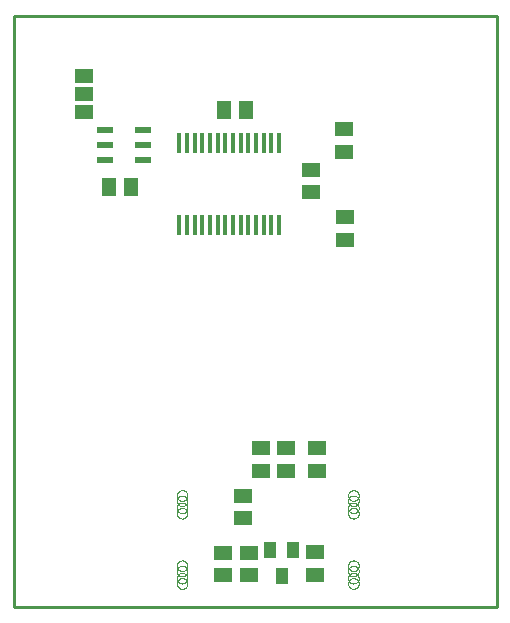
<source format=gbp>
G75*
%MOIN*%
%OFA0B0*%
%FSLAX25Y25*%
%IPPOS*%
%LPD*%
%AMOC8*
5,1,8,0,0,1.08239X$1,22.5*
%
%ADD10C,0.01000*%
%ADD11R,0.05236X0.02087*%
%ADD12R,0.05118X0.05906*%
%ADD13R,0.06300X0.04600*%
%ADD14R,0.01370X0.07087*%
%ADD15C,0.00000*%
%ADD16R,0.05906X0.05118*%
%ADD17R,0.03937X0.05512*%
%ADD18R,0.06299X0.05118*%
D10*
X0019033Y0019923D02*
X0019033Y0216673D01*
X0180033Y0216673D01*
X0180033Y0019923D01*
X0019033Y0019923D01*
D11*
X0049433Y0168773D03*
X0049433Y0173773D03*
X0049433Y0178773D03*
X0062033Y0178773D03*
X0062033Y0173773D03*
X0062033Y0168773D03*
D12*
X0058223Y0159823D03*
X0050743Y0159823D03*
X0088993Y0185323D03*
X0096473Y0185323D03*
D13*
X0042433Y0184923D03*
X0042433Y0190923D03*
X0042433Y0196923D03*
D14*
X0074207Y0174429D03*
X0076766Y0174429D03*
X0079325Y0174429D03*
X0081884Y0174429D03*
X0084443Y0174429D03*
X0087002Y0174429D03*
X0089561Y0174429D03*
X0092120Y0174429D03*
X0094679Y0174429D03*
X0097238Y0174429D03*
X0099797Y0174429D03*
X0102356Y0174429D03*
X0104915Y0174429D03*
X0107474Y0174429D03*
X0107474Y0147216D03*
X0104915Y0147216D03*
X0102356Y0147216D03*
X0099797Y0147216D03*
X0097238Y0147216D03*
X0094679Y0147216D03*
X0092120Y0147216D03*
X0089561Y0147216D03*
X0087002Y0147216D03*
X0084443Y0147216D03*
X0081884Y0147216D03*
X0079325Y0147216D03*
X0076766Y0147216D03*
X0074207Y0147216D03*
D15*
X0073418Y0056974D02*
X0073420Y0057058D01*
X0073426Y0057141D01*
X0073436Y0057224D01*
X0073450Y0057307D01*
X0073467Y0057389D01*
X0073489Y0057470D01*
X0073514Y0057549D01*
X0073543Y0057628D01*
X0073576Y0057705D01*
X0073612Y0057780D01*
X0073652Y0057854D01*
X0073695Y0057926D01*
X0073742Y0057995D01*
X0073792Y0058062D01*
X0073845Y0058127D01*
X0073901Y0058189D01*
X0073959Y0058249D01*
X0074021Y0058306D01*
X0074085Y0058359D01*
X0074152Y0058410D01*
X0074221Y0058457D01*
X0074292Y0058502D01*
X0074365Y0058542D01*
X0074440Y0058579D01*
X0074517Y0058613D01*
X0074595Y0058643D01*
X0074674Y0058669D01*
X0074755Y0058692D01*
X0074837Y0058710D01*
X0074919Y0058725D01*
X0075002Y0058736D01*
X0075085Y0058743D01*
X0075169Y0058746D01*
X0075253Y0058745D01*
X0075336Y0058740D01*
X0075420Y0058731D01*
X0075502Y0058718D01*
X0075584Y0058702D01*
X0075665Y0058681D01*
X0075746Y0058657D01*
X0075824Y0058629D01*
X0075902Y0058597D01*
X0075978Y0058561D01*
X0076052Y0058522D01*
X0076124Y0058480D01*
X0076194Y0058434D01*
X0076262Y0058385D01*
X0076327Y0058333D01*
X0076390Y0058278D01*
X0076450Y0058220D01*
X0076508Y0058159D01*
X0076562Y0058095D01*
X0076614Y0058029D01*
X0076662Y0057961D01*
X0076707Y0057890D01*
X0076748Y0057817D01*
X0076787Y0057743D01*
X0076821Y0057667D01*
X0076852Y0057589D01*
X0076879Y0057510D01*
X0076903Y0057429D01*
X0076922Y0057348D01*
X0076938Y0057266D01*
X0076950Y0057183D01*
X0076958Y0057099D01*
X0076962Y0057016D01*
X0076962Y0056932D01*
X0076958Y0056849D01*
X0076950Y0056765D01*
X0076938Y0056682D01*
X0076922Y0056600D01*
X0076903Y0056519D01*
X0076879Y0056438D01*
X0076852Y0056359D01*
X0076821Y0056281D01*
X0076787Y0056205D01*
X0076748Y0056131D01*
X0076707Y0056058D01*
X0076662Y0055987D01*
X0076614Y0055919D01*
X0076562Y0055853D01*
X0076508Y0055789D01*
X0076450Y0055728D01*
X0076390Y0055670D01*
X0076327Y0055615D01*
X0076262Y0055563D01*
X0076194Y0055514D01*
X0076124Y0055468D01*
X0076052Y0055426D01*
X0075978Y0055387D01*
X0075902Y0055351D01*
X0075824Y0055319D01*
X0075746Y0055291D01*
X0075665Y0055267D01*
X0075584Y0055246D01*
X0075502Y0055230D01*
X0075420Y0055217D01*
X0075336Y0055208D01*
X0075253Y0055203D01*
X0075169Y0055202D01*
X0075085Y0055205D01*
X0075002Y0055212D01*
X0074919Y0055223D01*
X0074837Y0055238D01*
X0074755Y0055256D01*
X0074674Y0055279D01*
X0074595Y0055305D01*
X0074517Y0055335D01*
X0074440Y0055369D01*
X0074365Y0055406D01*
X0074292Y0055446D01*
X0074221Y0055491D01*
X0074152Y0055538D01*
X0074085Y0055589D01*
X0074021Y0055642D01*
X0073959Y0055699D01*
X0073901Y0055759D01*
X0073845Y0055821D01*
X0073792Y0055886D01*
X0073742Y0055953D01*
X0073695Y0056022D01*
X0073652Y0056094D01*
X0073612Y0056168D01*
X0073576Y0056243D01*
X0073543Y0056320D01*
X0073514Y0056399D01*
X0073489Y0056478D01*
X0073467Y0056559D01*
X0073450Y0056641D01*
X0073436Y0056724D01*
X0073426Y0056807D01*
X0073420Y0056890D01*
X0073418Y0056974D01*
X0073418Y0055202D02*
X0073420Y0055286D01*
X0073426Y0055369D01*
X0073436Y0055452D01*
X0073450Y0055535D01*
X0073467Y0055617D01*
X0073489Y0055698D01*
X0073514Y0055777D01*
X0073543Y0055856D01*
X0073576Y0055933D01*
X0073612Y0056008D01*
X0073652Y0056082D01*
X0073695Y0056154D01*
X0073742Y0056223D01*
X0073792Y0056290D01*
X0073845Y0056355D01*
X0073901Y0056417D01*
X0073959Y0056477D01*
X0074021Y0056534D01*
X0074085Y0056587D01*
X0074152Y0056638D01*
X0074221Y0056685D01*
X0074292Y0056730D01*
X0074365Y0056770D01*
X0074440Y0056807D01*
X0074517Y0056841D01*
X0074595Y0056871D01*
X0074674Y0056897D01*
X0074755Y0056920D01*
X0074837Y0056938D01*
X0074919Y0056953D01*
X0075002Y0056964D01*
X0075085Y0056971D01*
X0075169Y0056974D01*
X0075253Y0056973D01*
X0075336Y0056968D01*
X0075420Y0056959D01*
X0075502Y0056946D01*
X0075584Y0056930D01*
X0075665Y0056909D01*
X0075746Y0056885D01*
X0075824Y0056857D01*
X0075902Y0056825D01*
X0075978Y0056789D01*
X0076052Y0056750D01*
X0076124Y0056708D01*
X0076194Y0056662D01*
X0076262Y0056613D01*
X0076327Y0056561D01*
X0076390Y0056506D01*
X0076450Y0056448D01*
X0076508Y0056387D01*
X0076562Y0056323D01*
X0076614Y0056257D01*
X0076662Y0056189D01*
X0076707Y0056118D01*
X0076748Y0056045D01*
X0076787Y0055971D01*
X0076821Y0055895D01*
X0076852Y0055817D01*
X0076879Y0055738D01*
X0076903Y0055657D01*
X0076922Y0055576D01*
X0076938Y0055494D01*
X0076950Y0055411D01*
X0076958Y0055327D01*
X0076962Y0055244D01*
X0076962Y0055160D01*
X0076958Y0055077D01*
X0076950Y0054993D01*
X0076938Y0054910D01*
X0076922Y0054828D01*
X0076903Y0054747D01*
X0076879Y0054666D01*
X0076852Y0054587D01*
X0076821Y0054509D01*
X0076787Y0054433D01*
X0076748Y0054359D01*
X0076707Y0054286D01*
X0076662Y0054215D01*
X0076614Y0054147D01*
X0076562Y0054081D01*
X0076508Y0054017D01*
X0076450Y0053956D01*
X0076390Y0053898D01*
X0076327Y0053843D01*
X0076262Y0053791D01*
X0076194Y0053742D01*
X0076124Y0053696D01*
X0076052Y0053654D01*
X0075978Y0053615D01*
X0075902Y0053579D01*
X0075824Y0053547D01*
X0075746Y0053519D01*
X0075665Y0053495D01*
X0075584Y0053474D01*
X0075502Y0053458D01*
X0075420Y0053445D01*
X0075336Y0053436D01*
X0075253Y0053431D01*
X0075169Y0053430D01*
X0075085Y0053433D01*
X0075002Y0053440D01*
X0074919Y0053451D01*
X0074837Y0053466D01*
X0074755Y0053484D01*
X0074674Y0053507D01*
X0074595Y0053533D01*
X0074517Y0053563D01*
X0074440Y0053597D01*
X0074365Y0053634D01*
X0074292Y0053674D01*
X0074221Y0053719D01*
X0074152Y0053766D01*
X0074085Y0053817D01*
X0074021Y0053870D01*
X0073959Y0053927D01*
X0073901Y0053987D01*
X0073845Y0054049D01*
X0073792Y0054114D01*
X0073742Y0054181D01*
X0073695Y0054250D01*
X0073652Y0054322D01*
X0073612Y0054396D01*
X0073576Y0054471D01*
X0073543Y0054548D01*
X0073514Y0054627D01*
X0073489Y0054706D01*
X0073467Y0054787D01*
X0073450Y0054869D01*
X0073436Y0054952D01*
X0073426Y0055035D01*
X0073420Y0055118D01*
X0073418Y0055202D01*
X0073418Y0052840D02*
X0073420Y0052924D01*
X0073426Y0053007D01*
X0073436Y0053090D01*
X0073450Y0053173D01*
X0073467Y0053255D01*
X0073489Y0053336D01*
X0073514Y0053415D01*
X0073543Y0053494D01*
X0073576Y0053571D01*
X0073612Y0053646D01*
X0073652Y0053720D01*
X0073695Y0053792D01*
X0073742Y0053861D01*
X0073792Y0053928D01*
X0073845Y0053993D01*
X0073901Y0054055D01*
X0073959Y0054115D01*
X0074021Y0054172D01*
X0074085Y0054225D01*
X0074152Y0054276D01*
X0074221Y0054323D01*
X0074292Y0054368D01*
X0074365Y0054408D01*
X0074440Y0054445D01*
X0074517Y0054479D01*
X0074595Y0054509D01*
X0074674Y0054535D01*
X0074755Y0054558D01*
X0074837Y0054576D01*
X0074919Y0054591D01*
X0075002Y0054602D01*
X0075085Y0054609D01*
X0075169Y0054612D01*
X0075253Y0054611D01*
X0075336Y0054606D01*
X0075420Y0054597D01*
X0075502Y0054584D01*
X0075584Y0054568D01*
X0075665Y0054547D01*
X0075746Y0054523D01*
X0075824Y0054495D01*
X0075902Y0054463D01*
X0075978Y0054427D01*
X0076052Y0054388D01*
X0076124Y0054346D01*
X0076194Y0054300D01*
X0076262Y0054251D01*
X0076327Y0054199D01*
X0076390Y0054144D01*
X0076450Y0054086D01*
X0076508Y0054025D01*
X0076562Y0053961D01*
X0076614Y0053895D01*
X0076662Y0053827D01*
X0076707Y0053756D01*
X0076748Y0053683D01*
X0076787Y0053609D01*
X0076821Y0053533D01*
X0076852Y0053455D01*
X0076879Y0053376D01*
X0076903Y0053295D01*
X0076922Y0053214D01*
X0076938Y0053132D01*
X0076950Y0053049D01*
X0076958Y0052965D01*
X0076962Y0052882D01*
X0076962Y0052798D01*
X0076958Y0052715D01*
X0076950Y0052631D01*
X0076938Y0052548D01*
X0076922Y0052466D01*
X0076903Y0052385D01*
X0076879Y0052304D01*
X0076852Y0052225D01*
X0076821Y0052147D01*
X0076787Y0052071D01*
X0076748Y0051997D01*
X0076707Y0051924D01*
X0076662Y0051853D01*
X0076614Y0051785D01*
X0076562Y0051719D01*
X0076508Y0051655D01*
X0076450Y0051594D01*
X0076390Y0051536D01*
X0076327Y0051481D01*
X0076262Y0051429D01*
X0076194Y0051380D01*
X0076124Y0051334D01*
X0076052Y0051292D01*
X0075978Y0051253D01*
X0075902Y0051217D01*
X0075824Y0051185D01*
X0075746Y0051157D01*
X0075665Y0051133D01*
X0075584Y0051112D01*
X0075502Y0051096D01*
X0075420Y0051083D01*
X0075336Y0051074D01*
X0075253Y0051069D01*
X0075169Y0051068D01*
X0075085Y0051071D01*
X0075002Y0051078D01*
X0074919Y0051089D01*
X0074837Y0051104D01*
X0074755Y0051122D01*
X0074674Y0051145D01*
X0074595Y0051171D01*
X0074517Y0051201D01*
X0074440Y0051235D01*
X0074365Y0051272D01*
X0074292Y0051312D01*
X0074221Y0051357D01*
X0074152Y0051404D01*
X0074085Y0051455D01*
X0074021Y0051508D01*
X0073959Y0051565D01*
X0073901Y0051625D01*
X0073845Y0051687D01*
X0073792Y0051752D01*
X0073742Y0051819D01*
X0073695Y0051888D01*
X0073652Y0051960D01*
X0073612Y0052034D01*
X0073576Y0052109D01*
X0073543Y0052186D01*
X0073514Y0052265D01*
X0073489Y0052344D01*
X0073467Y0052425D01*
X0073450Y0052507D01*
X0073436Y0052590D01*
X0073426Y0052673D01*
X0073420Y0052756D01*
X0073418Y0052840D01*
X0073418Y0051068D02*
X0073420Y0051152D01*
X0073426Y0051235D01*
X0073436Y0051318D01*
X0073450Y0051401D01*
X0073467Y0051483D01*
X0073489Y0051564D01*
X0073514Y0051643D01*
X0073543Y0051722D01*
X0073576Y0051799D01*
X0073612Y0051874D01*
X0073652Y0051948D01*
X0073695Y0052020D01*
X0073742Y0052089D01*
X0073792Y0052156D01*
X0073845Y0052221D01*
X0073901Y0052283D01*
X0073959Y0052343D01*
X0074021Y0052400D01*
X0074085Y0052453D01*
X0074152Y0052504D01*
X0074221Y0052551D01*
X0074292Y0052596D01*
X0074365Y0052636D01*
X0074440Y0052673D01*
X0074517Y0052707D01*
X0074595Y0052737D01*
X0074674Y0052763D01*
X0074755Y0052786D01*
X0074837Y0052804D01*
X0074919Y0052819D01*
X0075002Y0052830D01*
X0075085Y0052837D01*
X0075169Y0052840D01*
X0075253Y0052839D01*
X0075336Y0052834D01*
X0075420Y0052825D01*
X0075502Y0052812D01*
X0075584Y0052796D01*
X0075665Y0052775D01*
X0075746Y0052751D01*
X0075824Y0052723D01*
X0075902Y0052691D01*
X0075978Y0052655D01*
X0076052Y0052616D01*
X0076124Y0052574D01*
X0076194Y0052528D01*
X0076262Y0052479D01*
X0076327Y0052427D01*
X0076390Y0052372D01*
X0076450Y0052314D01*
X0076508Y0052253D01*
X0076562Y0052189D01*
X0076614Y0052123D01*
X0076662Y0052055D01*
X0076707Y0051984D01*
X0076748Y0051911D01*
X0076787Y0051837D01*
X0076821Y0051761D01*
X0076852Y0051683D01*
X0076879Y0051604D01*
X0076903Y0051523D01*
X0076922Y0051442D01*
X0076938Y0051360D01*
X0076950Y0051277D01*
X0076958Y0051193D01*
X0076962Y0051110D01*
X0076962Y0051026D01*
X0076958Y0050943D01*
X0076950Y0050859D01*
X0076938Y0050776D01*
X0076922Y0050694D01*
X0076903Y0050613D01*
X0076879Y0050532D01*
X0076852Y0050453D01*
X0076821Y0050375D01*
X0076787Y0050299D01*
X0076748Y0050225D01*
X0076707Y0050152D01*
X0076662Y0050081D01*
X0076614Y0050013D01*
X0076562Y0049947D01*
X0076508Y0049883D01*
X0076450Y0049822D01*
X0076390Y0049764D01*
X0076327Y0049709D01*
X0076262Y0049657D01*
X0076194Y0049608D01*
X0076124Y0049562D01*
X0076052Y0049520D01*
X0075978Y0049481D01*
X0075902Y0049445D01*
X0075824Y0049413D01*
X0075746Y0049385D01*
X0075665Y0049361D01*
X0075584Y0049340D01*
X0075502Y0049324D01*
X0075420Y0049311D01*
X0075336Y0049302D01*
X0075253Y0049297D01*
X0075169Y0049296D01*
X0075085Y0049299D01*
X0075002Y0049306D01*
X0074919Y0049317D01*
X0074837Y0049332D01*
X0074755Y0049350D01*
X0074674Y0049373D01*
X0074595Y0049399D01*
X0074517Y0049429D01*
X0074440Y0049463D01*
X0074365Y0049500D01*
X0074292Y0049540D01*
X0074221Y0049585D01*
X0074152Y0049632D01*
X0074085Y0049683D01*
X0074021Y0049736D01*
X0073959Y0049793D01*
X0073901Y0049853D01*
X0073845Y0049915D01*
X0073792Y0049980D01*
X0073742Y0050047D01*
X0073695Y0050116D01*
X0073652Y0050188D01*
X0073612Y0050262D01*
X0073576Y0050337D01*
X0073543Y0050414D01*
X0073514Y0050493D01*
X0073489Y0050572D01*
X0073467Y0050653D01*
X0073450Y0050735D01*
X0073436Y0050818D01*
X0073426Y0050901D01*
X0073420Y0050984D01*
X0073418Y0051068D01*
X0073418Y0033549D02*
X0073420Y0033633D01*
X0073426Y0033716D01*
X0073436Y0033799D01*
X0073450Y0033882D01*
X0073467Y0033964D01*
X0073489Y0034045D01*
X0073514Y0034124D01*
X0073543Y0034203D01*
X0073576Y0034280D01*
X0073612Y0034355D01*
X0073652Y0034429D01*
X0073695Y0034501D01*
X0073742Y0034570D01*
X0073792Y0034637D01*
X0073845Y0034702D01*
X0073901Y0034764D01*
X0073959Y0034824D01*
X0074021Y0034881D01*
X0074085Y0034934D01*
X0074152Y0034985D01*
X0074221Y0035032D01*
X0074292Y0035077D01*
X0074365Y0035117D01*
X0074440Y0035154D01*
X0074517Y0035188D01*
X0074595Y0035218D01*
X0074674Y0035244D01*
X0074755Y0035267D01*
X0074837Y0035285D01*
X0074919Y0035300D01*
X0075002Y0035311D01*
X0075085Y0035318D01*
X0075169Y0035321D01*
X0075253Y0035320D01*
X0075336Y0035315D01*
X0075420Y0035306D01*
X0075502Y0035293D01*
X0075584Y0035277D01*
X0075665Y0035256D01*
X0075746Y0035232D01*
X0075824Y0035204D01*
X0075902Y0035172D01*
X0075978Y0035136D01*
X0076052Y0035097D01*
X0076124Y0035055D01*
X0076194Y0035009D01*
X0076262Y0034960D01*
X0076327Y0034908D01*
X0076390Y0034853D01*
X0076450Y0034795D01*
X0076508Y0034734D01*
X0076562Y0034670D01*
X0076614Y0034604D01*
X0076662Y0034536D01*
X0076707Y0034465D01*
X0076748Y0034392D01*
X0076787Y0034318D01*
X0076821Y0034242D01*
X0076852Y0034164D01*
X0076879Y0034085D01*
X0076903Y0034004D01*
X0076922Y0033923D01*
X0076938Y0033841D01*
X0076950Y0033758D01*
X0076958Y0033674D01*
X0076962Y0033591D01*
X0076962Y0033507D01*
X0076958Y0033424D01*
X0076950Y0033340D01*
X0076938Y0033257D01*
X0076922Y0033175D01*
X0076903Y0033094D01*
X0076879Y0033013D01*
X0076852Y0032934D01*
X0076821Y0032856D01*
X0076787Y0032780D01*
X0076748Y0032706D01*
X0076707Y0032633D01*
X0076662Y0032562D01*
X0076614Y0032494D01*
X0076562Y0032428D01*
X0076508Y0032364D01*
X0076450Y0032303D01*
X0076390Y0032245D01*
X0076327Y0032190D01*
X0076262Y0032138D01*
X0076194Y0032089D01*
X0076124Y0032043D01*
X0076052Y0032001D01*
X0075978Y0031962D01*
X0075902Y0031926D01*
X0075824Y0031894D01*
X0075746Y0031866D01*
X0075665Y0031842D01*
X0075584Y0031821D01*
X0075502Y0031805D01*
X0075420Y0031792D01*
X0075336Y0031783D01*
X0075253Y0031778D01*
X0075169Y0031777D01*
X0075085Y0031780D01*
X0075002Y0031787D01*
X0074919Y0031798D01*
X0074837Y0031813D01*
X0074755Y0031831D01*
X0074674Y0031854D01*
X0074595Y0031880D01*
X0074517Y0031910D01*
X0074440Y0031944D01*
X0074365Y0031981D01*
X0074292Y0032021D01*
X0074221Y0032066D01*
X0074152Y0032113D01*
X0074085Y0032164D01*
X0074021Y0032217D01*
X0073959Y0032274D01*
X0073901Y0032334D01*
X0073845Y0032396D01*
X0073792Y0032461D01*
X0073742Y0032528D01*
X0073695Y0032597D01*
X0073652Y0032669D01*
X0073612Y0032743D01*
X0073576Y0032818D01*
X0073543Y0032895D01*
X0073514Y0032974D01*
X0073489Y0033053D01*
X0073467Y0033134D01*
X0073450Y0033216D01*
X0073436Y0033299D01*
X0073426Y0033382D01*
X0073420Y0033465D01*
X0073418Y0033549D01*
X0073418Y0031777D02*
X0073420Y0031861D01*
X0073426Y0031944D01*
X0073436Y0032027D01*
X0073450Y0032110D01*
X0073467Y0032192D01*
X0073489Y0032273D01*
X0073514Y0032352D01*
X0073543Y0032431D01*
X0073576Y0032508D01*
X0073612Y0032583D01*
X0073652Y0032657D01*
X0073695Y0032729D01*
X0073742Y0032798D01*
X0073792Y0032865D01*
X0073845Y0032930D01*
X0073901Y0032992D01*
X0073959Y0033052D01*
X0074021Y0033109D01*
X0074085Y0033162D01*
X0074152Y0033213D01*
X0074221Y0033260D01*
X0074292Y0033305D01*
X0074365Y0033345D01*
X0074440Y0033382D01*
X0074517Y0033416D01*
X0074595Y0033446D01*
X0074674Y0033472D01*
X0074755Y0033495D01*
X0074837Y0033513D01*
X0074919Y0033528D01*
X0075002Y0033539D01*
X0075085Y0033546D01*
X0075169Y0033549D01*
X0075253Y0033548D01*
X0075336Y0033543D01*
X0075420Y0033534D01*
X0075502Y0033521D01*
X0075584Y0033505D01*
X0075665Y0033484D01*
X0075746Y0033460D01*
X0075824Y0033432D01*
X0075902Y0033400D01*
X0075978Y0033364D01*
X0076052Y0033325D01*
X0076124Y0033283D01*
X0076194Y0033237D01*
X0076262Y0033188D01*
X0076327Y0033136D01*
X0076390Y0033081D01*
X0076450Y0033023D01*
X0076508Y0032962D01*
X0076562Y0032898D01*
X0076614Y0032832D01*
X0076662Y0032764D01*
X0076707Y0032693D01*
X0076748Y0032620D01*
X0076787Y0032546D01*
X0076821Y0032470D01*
X0076852Y0032392D01*
X0076879Y0032313D01*
X0076903Y0032232D01*
X0076922Y0032151D01*
X0076938Y0032069D01*
X0076950Y0031986D01*
X0076958Y0031902D01*
X0076962Y0031819D01*
X0076962Y0031735D01*
X0076958Y0031652D01*
X0076950Y0031568D01*
X0076938Y0031485D01*
X0076922Y0031403D01*
X0076903Y0031322D01*
X0076879Y0031241D01*
X0076852Y0031162D01*
X0076821Y0031084D01*
X0076787Y0031008D01*
X0076748Y0030934D01*
X0076707Y0030861D01*
X0076662Y0030790D01*
X0076614Y0030722D01*
X0076562Y0030656D01*
X0076508Y0030592D01*
X0076450Y0030531D01*
X0076390Y0030473D01*
X0076327Y0030418D01*
X0076262Y0030366D01*
X0076194Y0030317D01*
X0076124Y0030271D01*
X0076052Y0030229D01*
X0075978Y0030190D01*
X0075902Y0030154D01*
X0075824Y0030122D01*
X0075746Y0030094D01*
X0075665Y0030070D01*
X0075584Y0030049D01*
X0075502Y0030033D01*
X0075420Y0030020D01*
X0075336Y0030011D01*
X0075253Y0030006D01*
X0075169Y0030005D01*
X0075085Y0030008D01*
X0075002Y0030015D01*
X0074919Y0030026D01*
X0074837Y0030041D01*
X0074755Y0030059D01*
X0074674Y0030082D01*
X0074595Y0030108D01*
X0074517Y0030138D01*
X0074440Y0030172D01*
X0074365Y0030209D01*
X0074292Y0030249D01*
X0074221Y0030294D01*
X0074152Y0030341D01*
X0074085Y0030392D01*
X0074021Y0030445D01*
X0073959Y0030502D01*
X0073901Y0030562D01*
X0073845Y0030624D01*
X0073792Y0030689D01*
X0073742Y0030756D01*
X0073695Y0030825D01*
X0073652Y0030897D01*
X0073612Y0030971D01*
X0073576Y0031046D01*
X0073543Y0031123D01*
X0073514Y0031202D01*
X0073489Y0031281D01*
X0073467Y0031362D01*
X0073450Y0031444D01*
X0073436Y0031527D01*
X0073426Y0031610D01*
X0073420Y0031693D01*
X0073418Y0031777D01*
X0073418Y0029415D02*
X0073420Y0029499D01*
X0073426Y0029582D01*
X0073436Y0029665D01*
X0073450Y0029748D01*
X0073467Y0029830D01*
X0073489Y0029911D01*
X0073514Y0029990D01*
X0073543Y0030069D01*
X0073576Y0030146D01*
X0073612Y0030221D01*
X0073652Y0030295D01*
X0073695Y0030367D01*
X0073742Y0030436D01*
X0073792Y0030503D01*
X0073845Y0030568D01*
X0073901Y0030630D01*
X0073959Y0030690D01*
X0074021Y0030747D01*
X0074085Y0030800D01*
X0074152Y0030851D01*
X0074221Y0030898D01*
X0074292Y0030943D01*
X0074365Y0030983D01*
X0074440Y0031020D01*
X0074517Y0031054D01*
X0074595Y0031084D01*
X0074674Y0031110D01*
X0074755Y0031133D01*
X0074837Y0031151D01*
X0074919Y0031166D01*
X0075002Y0031177D01*
X0075085Y0031184D01*
X0075169Y0031187D01*
X0075253Y0031186D01*
X0075336Y0031181D01*
X0075420Y0031172D01*
X0075502Y0031159D01*
X0075584Y0031143D01*
X0075665Y0031122D01*
X0075746Y0031098D01*
X0075824Y0031070D01*
X0075902Y0031038D01*
X0075978Y0031002D01*
X0076052Y0030963D01*
X0076124Y0030921D01*
X0076194Y0030875D01*
X0076262Y0030826D01*
X0076327Y0030774D01*
X0076390Y0030719D01*
X0076450Y0030661D01*
X0076508Y0030600D01*
X0076562Y0030536D01*
X0076614Y0030470D01*
X0076662Y0030402D01*
X0076707Y0030331D01*
X0076748Y0030258D01*
X0076787Y0030184D01*
X0076821Y0030108D01*
X0076852Y0030030D01*
X0076879Y0029951D01*
X0076903Y0029870D01*
X0076922Y0029789D01*
X0076938Y0029707D01*
X0076950Y0029624D01*
X0076958Y0029540D01*
X0076962Y0029457D01*
X0076962Y0029373D01*
X0076958Y0029290D01*
X0076950Y0029206D01*
X0076938Y0029123D01*
X0076922Y0029041D01*
X0076903Y0028960D01*
X0076879Y0028879D01*
X0076852Y0028800D01*
X0076821Y0028722D01*
X0076787Y0028646D01*
X0076748Y0028572D01*
X0076707Y0028499D01*
X0076662Y0028428D01*
X0076614Y0028360D01*
X0076562Y0028294D01*
X0076508Y0028230D01*
X0076450Y0028169D01*
X0076390Y0028111D01*
X0076327Y0028056D01*
X0076262Y0028004D01*
X0076194Y0027955D01*
X0076124Y0027909D01*
X0076052Y0027867D01*
X0075978Y0027828D01*
X0075902Y0027792D01*
X0075824Y0027760D01*
X0075746Y0027732D01*
X0075665Y0027708D01*
X0075584Y0027687D01*
X0075502Y0027671D01*
X0075420Y0027658D01*
X0075336Y0027649D01*
X0075253Y0027644D01*
X0075169Y0027643D01*
X0075085Y0027646D01*
X0075002Y0027653D01*
X0074919Y0027664D01*
X0074837Y0027679D01*
X0074755Y0027697D01*
X0074674Y0027720D01*
X0074595Y0027746D01*
X0074517Y0027776D01*
X0074440Y0027810D01*
X0074365Y0027847D01*
X0074292Y0027887D01*
X0074221Y0027932D01*
X0074152Y0027979D01*
X0074085Y0028030D01*
X0074021Y0028083D01*
X0073959Y0028140D01*
X0073901Y0028200D01*
X0073845Y0028262D01*
X0073792Y0028327D01*
X0073742Y0028394D01*
X0073695Y0028463D01*
X0073652Y0028535D01*
X0073612Y0028609D01*
X0073576Y0028684D01*
X0073543Y0028761D01*
X0073514Y0028840D01*
X0073489Y0028919D01*
X0073467Y0029000D01*
X0073450Y0029082D01*
X0073436Y0029165D01*
X0073426Y0029248D01*
X0073420Y0029331D01*
X0073418Y0029415D01*
X0073418Y0027643D02*
X0073420Y0027727D01*
X0073426Y0027810D01*
X0073436Y0027893D01*
X0073450Y0027976D01*
X0073467Y0028058D01*
X0073489Y0028139D01*
X0073514Y0028218D01*
X0073543Y0028297D01*
X0073576Y0028374D01*
X0073612Y0028449D01*
X0073652Y0028523D01*
X0073695Y0028595D01*
X0073742Y0028664D01*
X0073792Y0028731D01*
X0073845Y0028796D01*
X0073901Y0028858D01*
X0073959Y0028918D01*
X0074021Y0028975D01*
X0074085Y0029028D01*
X0074152Y0029079D01*
X0074221Y0029126D01*
X0074292Y0029171D01*
X0074365Y0029211D01*
X0074440Y0029248D01*
X0074517Y0029282D01*
X0074595Y0029312D01*
X0074674Y0029338D01*
X0074755Y0029361D01*
X0074837Y0029379D01*
X0074919Y0029394D01*
X0075002Y0029405D01*
X0075085Y0029412D01*
X0075169Y0029415D01*
X0075253Y0029414D01*
X0075336Y0029409D01*
X0075420Y0029400D01*
X0075502Y0029387D01*
X0075584Y0029371D01*
X0075665Y0029350D01*
X0075746Y0029326D01*
X0075824Y0029298D01*
X0075902Y0029266D01*
X0075978Y0029230D01*
X0076052Y0029191D01*
X0076124Y0029149D01*
X0076194Y0029103D01*
X0076262Y0029054D01*
X0076327Y0029002D01*
X0076390Y0028947D01*
X0076450Y0028889D01*
X0076508Y0028828D01*
X0076562Y0028764D01*
X0076614Y0028698D01*
X0076662Y0028630D01*
X0076707Y0028559D01*
X0076748Y0028486D01*
X0076787Y0028412D01*
X0076821Y0028336D01*
X0076852Y0028258D01*
X0076879Y0028179D01*
X0076903Y0028098D01*
X0076922Y0028017D01*
X0076938Y0027935D01*
X0076950Y0027852D01*
X0076958Y0027768D01*
X0076962Y0027685D01*
X0076962Y0027601D01*
X0076958Y0027518D01*
X0076950Y0027434D01*
X0076938Y0027351D01*
X0076922Y0027269D01*
X0076903Y0027188D01*
X0076879Y0027107D01*
X0076852Y0027028D01*
X0076821Y0026950D01*
X0076787Y0026874D01*
X0076748Y0026800D01*
X0076707Y0026727D01*
X0076662Y0026656D01*
X0076614Y0026588D01*
X0076562Y0026522D01*
X0076508Y0026458D01*
X0076450Y0026397D01*
X0076390Y0026339D01*
X0076327Y0026284D01*
X0076262Y0026232D01*
X0076194Y0026183D01*
X0076124Y0026137D01*
X0076052Y0026095D01*
X0075978Y0026056D01*
X0075902Y0026020D01*
X0075824Y0025988D01*
X0075746Y0025960D01*
X0075665Y0025936D01*
X0075584Y0025915D01*
X0075502Y0025899D01*
X0075420Y0025886D01*
X0075336Y0025877D01*
X0075253Y0025872D01*
X0075169Y0025871D01*
X0075085Y0025874D01*
X0075002Y0025881D01*
X0074919Y0025892D01*
X0074837Y0025907D01*
X0074755Y0025925D01*
X0074674Y0025948D01*
X0074595Y0025974D01*
X0074517Y0026004D01*
X0074440Y0026038D01*
X0074365Y0026075D01*
X0074292Y0026115D01*
X0074221Y0026160D01*
X0074152Y0026207D01*
X0074085Y0026258D01*
X0074021Y0026311D01*
X0073959Y0026368D01*
X0073901Y0026428D01*
X0073845Y0026490D01*
X0073792Y0026555D01*
X0073742Y0026622D01*
X0073695Y0026691D01*
X0073652Y0026763D01*
X0073612Y0026837D01*
X0073576Y0026912D01*
X0073543Y0026989D01*
X0073514Y0027068D01*
X0073489Y0027147D01*
X0073467Y0027228D01*
X0073450Y0027310D01*
X0073436Y0027393D01*
X0073426Y0027476D01*
X0073420Y0027559D01*
X0073418Y0027643D01*
X0130505Y0027643D02*
X0130507Y0027727D01*
X0130513Y0027810D01*
X0130523Y0027893D01*
X0130537Y0027976D01*
X0130554Y0028058D01*
X0130576Y0028139D01*
X0130601Y0028218D01*
X0130630Y0028297D01*
X0130663Y0028374D01*
X0130699Y0028449D01*
X0130739Y0028523D01*
X0130782Y0028595D01*
X0130829Y0028664D01*
X0130879Y0028731D01*
X0130932Y0028796D01*
X0130988Y0028858D01*
X0131046Y0028918D01*
X0131108Y0028975D01*
X0131172Y0029028D01*
X0131239Y0029079D01*
X0131308Y0029126D01*
X0131379Y0029171D01*
X0131452Y0029211D01*
X0131527Y0029248D01*
X0131604Y0029282D01*
X0131682Y0029312D01*
X0131761Y0029338D01*
X0131842Y0029361D01*
X0131924Y0029379D01*
X0132006Y0029394D01*
X0132089Y0029405D01*
X0132172Y0029412D01*
X0132256Y0029415D01*
X0132340Y0029414D01*
X0132423Y0029409D01*
X0132507Y0029400D01*
X0132589Y0029387D01*
X0132671Y0029371D01*
X0132752Y0029350D01*
X0132833Y0029326D01*
X0132911Y0029298D01*
X0132989Y0029266D01*
X0133065Y0029230D01*
X0133139Y0029191D01*
X0133211Y0029149D01*
X0133281Y0029103D01*
X0133349Y0029054D01*
X0133414Y0029002D01*
X0133477Y0028947D01*
X0133537Y0028889D01*
X0133595Y0028828D01*
X0133649Y0028764D01*
X0133701Y0028698D01*
X0133749Y0028630D01*
X0133794Y0028559D01*
X0133835Y0028486D01*
X0133874Y0028412D01*
X0133908Y0028336D01*
X0133939Y0028258D01*
X0133966Y0028179D01*
X0133990Y0028098D01*
X0134009Y0028017D01*
X0134025Y0027935D01*
X0134037Y0027852D01*
X0134045Y0027768D01*
X0134049Y0027685D01*
X0134049Y0027601D01*
X0134045Y0027518D01*
X0134037Y0027434D01*
X0134025Y0027351D01*
X0134009Y0027269D01*
X0133990Y0027188D01*
X0133966Y0027107D01*
X0133939Y0027028D01*
X0133908Y0026950D01*
X0133874Y0026874D01*
X0133835Y0026800D01*
X0133794Y0026727D01*
X0133749Y0026656D01*
X0133701Y0026588D01*
X0133649Y0026522D01*
X0133595Y0026458D01*
X0133537Y0026397D01*
X0133477Y0026339D01*
X0133414Y0026284D01*
X0133349Y0026232D01*
X0133281Y0026183D01*
X0133211Y0026137D01*
X0133139Y0026095D01*
X0133065Y0026056D01*
X0132989Y0026020D01*
X0132911Y0025988D01*
X0132833Y0025960D01*
X0132752Y0025936D01*
X0132671Y0025915D01*
X0132589Y0025899D01*
X0132507Y0025886D01*
X0132423Y0025877D01*
X0132340Y0025872D01*
X0132256Y0025871D01*
X0132172Y0025874D01*
X0132089Y0025881D01*
X0132006Y0025892D01*
X0131924Y0025907D01*
X0131842Y0025925D01*
X0131761Y0025948D01*
X0131682Y0025974D01*
X0131604Y0026004D01*
X0131527Y0026038D01*
X0131452Y0026075D01*
X0131379Y0026115D01*
X0131308Y0026160D01*
X0131239Y0026207D01*
X0131172Y0026258D01*
X0131108Y0026311D01*
X0131046Y0026368D01*
X0130988Y0026428D01*
X0130932Y0026490D01*
X0130879Y0026555D01*
X0130829Y0026622D01*
X0130782Y0026691D01*
X0130739Y0026763D01*
X0130699Y0026837D01*
X0130663Y0026912D01*
X0130630Y0026989D01*
X0130601Y0027068D01*
X0130576Y0027147D01*
X0130554Y0027228D01*
X0130537Y0027310D01*
X0130523Y0027393D01*
X0130513Y0027476D01*
X0130507Y0027559D01*
X0130505Y0027643D01*
X0130505Y0029415D02*
X0130507Y0029499D01*
X0130513Y0029582D01*
X0130523Y0029665D01*
X0130537Y0029748D01*
X0130554Y0029830D01*
X0130576Y0029911D01*
X0130601Y0029990D01*
X0130630Y0030069D01*
X0130663Y0030146D01*
X0130699Y0030221D01*
X0130739Y0030295D01*
X0130782Y0030367D01*
X0130829Y0030436D01*
X0130879Y0030503D01*
X0130932Y0030568D01*
X0130988Y0030630D01*
X0131046Y0030690D01*
X0131108Y0030747D01*
X0131172Y0030800D01*
X0131239Y0030851D01*
X0131308Y0030898D01*
X0131379Y0030943D01*
X0131452Y0030983D01*
X0131527Y0031020D01*
X0131604Y0031054D01*
X0131682Y0031084D01*
X0131761Y0031110D01*
X0131842Y0031133D01*
X0131924Y0031151D01*
X0132006Y0031166D01*
X0132089Y0031177D01*
X0132172Y0031184D01*
X0132256Y0031187D01*
X0132340Y0031186D01*
X0132423Y0031181D01*
X0132507Y0031172D01*
X0132589Y0031159D01*
X0132671Y0031143D01*
X0132752Y0031122D01*
X0132833Y0031098D01*
X0132911Y0031070D01*
X0132989Y0031038D01*
X0133065Y0031002D01*
X0133139Y0030963D01*
X0133211Y0030921D01*
X0133281Y0030875D01*
X0133349Y0030826D01*
X0133414Y0030774D01*
X0133477Y0030719D01*
X0133537Y0030661D01*
X0133595Y0030600D01*
X0133649Y0030536D01*
X0133701Y0030470D01*
X0133749Y0030402D01*
X0133794Y0030331D01*
X0133835Y0030258D01*
X0133874Y0030184D01*
X0133908Y0030108D01*
X0133939Y0030030D01*
X0133966Y0029951D01*
X0133990Y0029870D01*
X0134009Y0029789D01*
X0134025Y0029707D01*
X0134037Y0029624D01*
X0134045Y0029540D01*
X0134049Y0029457D01*
X0134049Y0029373D01*
X0134045Y0029290D01*
X0134037Y0029206D01*
X0134025Y0029123D01*
X0134009Y0029041D01*
X0133990Y0028960D01*
X0133966Y0028879D01*
X0133939Y0028800D01*
X0133908Y0028722D01*
X0133874Y0028646D01*
X0133835Y0028572D01*
X0133794Y0028499D01*
X0133749Y0028428D01*
X0133701Y0028360D01*
X0133649Y0028294D01*
X0133595Y0028230D01*
X0133537Y0028169D01*
X0133477Y0028111D01*
X0133414Y0028056D01*
X0133349Y0028004D01*
X0133281Y0027955D01*
X0133211Y0027909D01*
X0133139Y0027867D01*
X0133065Y0027828D01*
X0132989Y0027792D01*
X0132911Y0027760D01*
X0132833Y0027732D01*
X0132752Y0027708D01*
X0132671Y0027687D01*
X0132589Y0027671D01*
X0132507Y0027658D01*
X0132423Y0027649D01*
X0132340Y0027644D01*
X0132256Y0027643D01*
X0132172Y0027646D01*
X0132089Y0027653D01*
X0132006Y0027664D01*
X0131924Y0027679D01*
X0131842Y0027697D01*
X0131761Y0027720D01*
X0131682Y0027746D01*
X0131604Y0027776D01*
X0131527Y0027810D01*
X0131452Y0027847D01*
X0131379Y0027887D01*
X0131308Y0027932D01*
X0131239Y0027979D01*
X0131172Y0028030D01*
X0131108Y0028083D01*
X0131046Y0028140D01*
X0130988Y0028200D01*
X0130932Y0028262D01*
X0130879Y0028327D01*
X0130829Y0028394D01*
X0130782Y0028463D01*
X0130739Y0028535D01*
X0130699Y0028609D01*
X0130663Y0028684D01*
X0130630Y0028761D01*
X0130601Y0028840D01*
X0130576Y0028919D01*
X0130554Y0029000D01*
X0130537Y0029082D01*
X0130523Y0029165D01*
X0130513Y0029248D01*
X0130507Y0029331D01*
X0130505Y0029415D01*
X0130505Y0031777D02*
X0130507Y0031861D01*
X0130513Y0031944D01*
X0130523Y0032027D01*
X0130537Y0032110D01*
X0130554Y0032192D01*
X0130576Y0032273D01*
X0130601Y0032352D01*
X0130630Y0032431D01*
X0130663Y0032508D01*
X0130699Y0032583D01*
X0130739Y0032657D01*
X0130782Y0032729D01*
X0130829Y0032798D01*
X0130879Y0032865D01*
X0130932Y0032930D01*
X0130988Y0032992D01*
X0131046Y0033052D01*
X0131108Y0033109D01*
X0131172Y0033162D01*
X0131239Y0033213D01*
X0131308Y0033260D01*
X0131379Y0033305D01*
X0131452Y0033345D01*
X0131527Y0033382D01*
X0131604Y0033416D01*
X0131682Y0033446D01*
X0131761Y0033472D01*
X0131842Y0033495D01*
X0131924Y0033513D01*
X0132006Y0033528D01*
X0132089Y0033539D01*
X0132172Y0033546D01*
X0132256Y0033549D01*
X0132340Y0033548D01*
X0132423Y0033543D01*
X0132507Y0033534D01*
X0132589Y0033521D01*
X0132671Y0033505D01*
X0132752Y0033484D01*
X0132833Y0033460D01*
X0132911Y0033432D01*
X0132989Y0033400D01*
X0133065Y0033364D01*
X0133139Y0033325D01*
X0133211Y0033283D01*
X0133281Y0033237D01*
X0133349Y0033188D01*
X0133414Y0033136D01*
X0133477Y0033081D01*
X0133537Y0033023D01*
X0133595Y0032962D01*
X0133649Y0032898D01*
X0133701Y0032832D01*
X0133749Y0032764D01*
X0133794Y0032693D01*
X0133835Y0032620D01*
X0133874Y0032546D01*
X0133908Y0032470D01*
X0133939Y0032392D01*
X0133966Y0032313D01*
X0133990Y0032232D01*
X0134009Y0032151D01*
X0134025Y0032069D01*
X0134037Y0031986D01*
X0134045Y0031902D01*
X0134049Y0031819D01*
X0134049Y0031735D01*
X0134045Y0031652D01*
X0134037Y0031568D01*
X0134025Y0031485D01*
X0134009Y0031403D01*
X0133990Y0031322D01*
X0133966Y0031241D01*
X0133939Y0031162D01*
X0133908Y0031084D01*
X0133874Y0031008D01*
X0133835Y0030934D01*
X0133794Y0030861D01*
X0133749Y0030790D01*
X0133701Y0030722D01*
X0133649Y0030656D01*
X0133595Y0030592D01*
X0133537Y0030531D01*
X0133477Y0030473D01*
X0133414Y0030418D01*
X0133349Y0030366D01*
X0133281Y0030317D01*
X0133211Y0030271D01*
X0133139Y0030229D01*
X0133065Y0030190D01*
X0132989Y0030154D01*
X0132911Y0030122D01*
X0132833Y0030094D01*
X0132752Y0030070D01*
X0132671Y0030049D01*
X0132589Y0030033D01*
X0132507Y0030020D01*
X0132423Y0030011D01*
X0132340Y0030006D01*
X0132256Y0030005D01*
X0132172Y0030008D01*
X0132089Y0030015D01*
X0132006Y0030026D01*
X0131924Y0030041D01*
X0131842Y0030059D01*
X0131761Y0030082D01*
X0131682Y0030108D01*
X0131604Y0030138D01*
X0131527Y0030172D01*
X0131452Y0030209D01*
X0131379Y0030249D01*
X0131308Y0030294D01*
X0131239Y0030341D01*
X0131172Y0030392D01*
X0131108Y0030445D01*
X0131046Y0030502D01*
X0130988Y0030562D01*
X0130932Y0030624D01*
X0130879Y0030689D01*
X0130829Y0030756D01*
X0130782Y0030825D01*
X0130739Y0030897D01*
X0130699Y0030971D01*
X0130663Y0031046D01*
X0130630Y0031123D01*
X0130601Y0031202D01*
X0130576Y0031281D01*
X0130554Y0031362D01*
X0130537Y0031444D01*
X0130523Y0031527D01*
X0130513Y0031610D01*
X0130507Y0031693D01*
X0130505Y0031777D01*
X0130505Y0033549D02*
X0130507Y0033633D01*
X0130513Y0033716D01*
X0130523Y0033799D01*
X0130537Y0033882D01*
X0130554Y0033964D01*
X0130576Y0034045D01*
X0130601Y0034124D01*
X0130630Y0034203D01*
X0130663Y0034280D01*
X0130699Y0034355D01*
X0130739Y0034429D01*
X0130782Y0034501D01*
X0130829Y0034570D01*
X0130879Y0034637D01*
X0130932Y0034702D01*
X0130988Y0034764D01*
X0131046Y0034824D01*
X0131108Y0034881D01*
X0131172Y0034934D01*
X0131239Y0034985D01*
X0131308Y0035032D01*
X0131379Y0035077D01*
X0131452Y0035117D01*
X0131527Y0035154D01*
X0131604Y0035188D01*
X0131682Y0035218D01*
X0131761Y0035244D01*
X0131842Y0035267D01*
X0131924Y0035285D01*
X0132006Y0035300D01*
X0132089Y0035311D01*
X0132172Y0035318D01*
X0132256Y0035321D01*
X0132340Y0035320D01*
X0132423Y0035315D01*
X0132507Y0035306D01*
X0132589Y0035293D01*
X0132671Y0035277D01*
X0132752Y0035256D01*
X0132833Y0035232D01*
X0132911Y0035204D01*
X0132989Y0035172D01*
X0133065Y0035136D01*
X0133139Y0035097D01*
X0133211Y0035055D01*
X0133281Y0035009D01*
X0133349Y0034960D01*
X0133414Y0034908D01*
X0133477Y0034853D01*
X0133537Y0034795D01*
X0133595Y0034734D01*
X0133649Y0034670D01*
X0133701Y0034604D01*
X0133749Y0034536D01*
X0133794Y0034465D01*
X0133835Y0034392D01*
X0133874Y0034318D01*
X0133908Y0034242D01*
X0133939Y0034164D01*
X0133966Y0034085D01*
X0133990Y0034004D01*
X0134009Y0033923D01*
X0134025Y0033841D01*
X0134037Y0033758D01*
X0134045Y0033674D01*
X0134049Y0033591D01*
X0134049Y0033507D01*
X0134045Y0033424D01*
X0134037Y0033340D01*
X0134025Y0033257D01*
X0134009Y0033175D01*
X0133990Y0033094D01*
X0133966Y0033013D01*
X0133939Y0032934D01*
X0133908Y0032856D01*
X0133874Y0032780D01*
X0133835Y0032706D01*
X0133794Y0032633D01*
X0133749Y0032562D01*
X0133701Y0032494D01*
X0133649Y0032428D01*
X0133595Y0032364D01*
X0133537Y0032303D01*
X0133477Y0032245D01*
X0133414Y0032190D01*
X0133349Y0032138D01*
X0133281Y0032089D01*
X0133211Y0032043D01*
X0133139Y0032001D01*
X0133065Y0031962D01*
X0132989Y0031926D01*
X0132911Y0031894D01*
X0132833Y0031866D01*
X0132752Y0031842D01*
X0132671Y0031821D01*
X0132589Y0031805D01*
X0132507Y0031792D01*
X0132423Y0031783D01*
X0132340Y0031778D01*
X0132256Y0031777D01*
X0132172Y0031780D01*
X0132089Y0031787D01*
X0132006Y0031798D01*
X0131924Y0031813D01*
X0131842Y0031831D01*
X0131761Y0031854D01*
X0131682Y0031880D01*
X0131604Y0031910D01*
X0131527Y0031944D01*
X0131452Y0031981D01*
X0131379Y0032021D01*
X0131308Y0032066D01*
X0131239Y0032113D01*
X0131172Y0032164D01*
X0131108Y0032217D01*
X0131046Y0032274D01*
X0130988Y0032334D01*
X0130932Y0032396D01*
X0130879Y0032461D01*
X0130829Y0032528D01*
X0130782Y0032597D01*
X0130739Y0032669D01*
X0130699Y0032743D01*
X0130663Y0032818D01*
X0130630Y0032895D01*
X0130601Y0032974D01*
X0130576Y0033053D01*
X0130554Y0033134D01*
X0130537Y0033216D01*
X0130523Y0033299D01*
X0130513Y0033382D01*
X0130507Y0033465D01*
X0130505Y0033549D01*
X0130505Y0051068D02*
X0130507Y0051152D01*
X0130513Y0051235D01*
X0130523Y0051318D01*
X0130537Y0051401D01*
X0130554Y0051483D01*
X0130576Y0051564D01*
X0130601Y0051643D01*
X0130630Y0051722D01*
X0130663Y0051799D01*
X0130699Y0051874D01*
X0130739Y0051948D01*
X0130782Y0052020D01*
X0130829Y0052089D01*
X0130879Y0052156D01*
X0130932Y0052221D01*
X0130988Y0052283D01*
X0131046Y0052343D01*
X0131108Y0052400D01*
X0131172Y0052453D01*
X0131239Y0052504D01*
X0131308Y0052551D01*
X0131379Y0052596D01*
X0131452Y0052636D01*
X0131527Y0052673D01*
X0131604Y0052707D01*
X0131682Y0052737D01*
X0131761Y0052763D01*
X0131842Y0052786D01*
X0131924Y0052804D01*
X0132006Y0052819D01*
X0132089Y0052830D01*
X0132172Y0052837D01*
X0132256Y0052840D01*
X0132340Y0052839D01*
X0132423Y0052834D01*
X0132507Y0052825D01*
X0132589Y0052812D01*
X0132671Y0052796D01*
X0132752Y0052775D01*
X0132833Y0052751D01*
X0132911Y0052723D01*
X0132989Y0052691D01*
X0133065Y0052655D01*
X0133139Y0052616D01*
X0133211Y0052574D01*
X0133281Y0052528D01*
X0133349Y0052479D01*
X0133414Y0052427D01*
X0133477Y0052372D01*
X0133537Y0052314D01*
X0133595Y0052253D01*
X0133649Y0052189D01*
X0133701Y0052123D01*
X0133749Y0052055D01*
X0133794Y0051984D01*
X0133835Y0051911D01*
X0133874Y0051837D01*
X0133908Y0051761D01*
X0133939Y0051683D01*
X0133966Y0051604D01*
X0133990Y0051523D01*
X0134009Y0051442D01*
X0134025Y0051360D01*
X0134037Y0051277D01*
X0134045Y0051193D01*
X0134049Y0051110D01*
X0134049Y0051026D01*
X0134045Y0050943D01*
X0134037Y0050859D01*
X0134025Y0050776D01*
X0134009Y0050694D01*
X0133990Y0050613D01*
X0133966Y0050532D01*
X0133939Y0050453D01*
X0133908Y0050375D01*
X0133874Y0050299D01*
X0133835Y0050225D01*
X0133794Y0050152D01*
X0133749Y0050081D01*
X0133701Y0050013D01*
X0133649Y0049947D01*
X0133595Y0049883D01*
X0133537Y0049822D01*
X0133477Y0049764D01*
X0133414Y0049709D01*
X0133349Y0049657D01*
X0133281Y0049608D01*
X0133211Y0049562D01*
X0133139Y0049520D01*
X0133065Y0049481D01*
X0132989Y0049445D01*
X0132911Y0049413D01*
X0132833Y0049385D01*
X0132752Y0049361D01*
X0132671Y0049340D01*
X0132589Y0049324D01*
X0132507Y0049311D01*
X0132423Y0049302D01*
X0132340Y0049297D01*
X0132256Y0049296D01*
X0132172Y0049299D01*
X0132089Y0049306D01*
X0132006Y0049317D01*
X0131924Y0049332D01*
X0131842Y0049350D01*
X0131761Y0049373D01*
X0131682Y0049399D01*
X0131604Y0049429D01*
X0131527Y0049463D01*
X0131452Y0049500D01*
X0131379Y0049540D01*
X0131308Y0049585D01*
X0131239Y0049632D01*
X0131172Y0049683D01*
X0131108Y0049736D01*
X0131046Y0049793D01*
X0130988Y0049853D01*
X0130932Y0049915D01*
X0130879Y0049980D01*
X0130829Y0050047D01*
X0130782Y0050116D01*
X0130739Y0050188D01*
X0130699Y0050262D01*
X0130663Y0050337D01*
X0130630Y0050414D01*
X0130601Y0050493D01*
X0130576Y0050572D01*
X0130554Y0050653D01*
X0130537Y0050735D01*
X0130523Y0050818D01*
X0130513Y0050901D01*
X0130507Y0050984D01*
X0130505Y0051068D01*
X0130505Y0052840D02*
X0130507Y0052924D01*
X0130513Y0053007D01*
X0130523Y0053090D01*
X0130537Y0053173D01*
X0130554Y0053255D01*
X0130576Y0053336D01*
X0130601Y0053415D01*
X0130630Y0053494D01*
X0130663Y0053571D01*
X0130699Y0053646D01*
X0130739Y0053720D01*
X0130782Y0053792D01*
X0130829Y0053861D01*
X0130879Y0053928D01*
X0130932Y0053993D01*
X0130988Y0054055D01*
X0131046Y0054115D01*
X0131108Y0054172D01*
X0131172Y0054225D01*
X0131239Y0054276D01*
X0131308Y0054323D01*
X0131379Y0054368D01*
X0131452Y0054408D01*
X0131527Y0054445D01*
X0131604Y0054479D01*
X0131682Y0054509D01*
X0131761Y0054535D01*
X0131842Y0054558D01*
X0131924Y0054576D01*
X0132006Y0054591D01*
X0132089Y0054602D01*
X0132172Y0054609D01*
X0132256Y0054612D01*
X0132340Y0054611D01*
X0132423Y0054606D01*
X0132507Y0054597D01*
X0132589Y0054584D01*
X0132671Y0054568D01*
X0132752Y0054547D01*
X0132833Y0054523D01*
X0132911Y0054495D01*
X0132989Y0054463D01*
X0133065Y0054427D01*
X0133139Y0054388D01*
X0133211Y0054346D01*
X0133281Y0054300D01*
X0133349Y0054251D01*
X0133414Y0054199D01*
X0133477Y0054144D01*
X0133537Y0054086D01*
X0133595Y0054025D01*
X0133649Y0053961D01*
X0133701Y0053895D01*
X0133749Y0053827D01*
X0133794Y0053756D01*
X0133835Y0053683D01*
X0133874Y0053609D01*
X0133908Y0053533D01*
X0133939Y0053455D01*
X0133966Y0053376D01*
X0133990Y0053295D01*
X0134009Y0053214D01*
X0134025Y0053132D01*
X0134037Y0053049D01*
X0134045Y0052965D01*
X0134049Y0052882D01*
X0134049Y0052798D01*
X0134045Y0052715D01*
X0134037Y0052631D01*
X0134025Y0052548D01*
X0134009Y0052466D01*
X0133990Y0052385D01*
X0133966Y0052304D01*
X0133939Y0052225D01*
X0133908Y0052147D01*
X0133874Y0052071D01*
X0133835Y0051997D01*
X0133794Y0051924D01*
X0133749Y0051853D01*
X0133701Y0051785D01*
X0133649Y0051719D01*
X0133595Y0051655D01*
X0133537Y0051594D01*
X0133477Y0051536D01*
X0133414Y0051481D01*
X0133349Y0051429D01*
X0133281Y0051380D01*
X0133211Y0051334D01*
X0133139Y0051292D01*
X0133065Y0051253D01*
X0132989Y0051217D01*
X0132911Y0051185D01*
X0132833Y0051157D01*
X0132752Y0051133D01*
X0132671Y0051112D01*
X0132589Y0051096D01*
X0132507Y0051083D01*
X0132423Y0051074D01*
X0132340Y0051069D01*
X0132256Y0051068D01*
X0132172Y0051071D01*
X0132089Y0051078D01*
X0132006Y0051089D01*
X0131924Y0051104D01*
X0131842Y0051122D01*
X0131761Y0051145D01*
X0131682Y0051171D01*
X0131604Y0051201D01*
X0131527Y0051235D01*
X0131452Y0051272D01*
X0131379Y0051312D01*
X0131308Y0051357D01*
X0131239Y0051404D01*
X0131172Y0051455D01*
X0131108Y0051508D01*
X0131046Y0051565D01*
X0130988Y0051625D01*
X0130932Y0051687D01*
X0130879Y0051752D01*
X0130829Y0051819D01*
X0130782Y0051888D01*
X0130739Y0051960D01*
X0130699Y0052034D01*
X0130663Y0052109D01*
X0130630Y0052186D01*
X0130601Y0052265D01*
X0130576Y0052344D01*
X0130554Y0052425D01*
X0130537Y0052507D01*
X0130523Y0052590D01*
X0130513Y0052673D01*
X0130507Y0052756D01*
X0130505Y0052840D01*
X0130505Y0055202D02*
X0130507Y0055286D01*
X0130513Y0055369D01*
X0130523Y0055452D01*
X0130537Y0055535D01*
X0130554Y0055617D01*
X0130576Y0055698D01*
X0130601Y0055777D01*
X0130630Y0055856D01*
X0130663Y0055933D01*
X0130699Y0056008D01*
X0130739Y0056082D01*
X0130782Y0056154D01*
X0130829Y0056223D01*
X0130879Y0056290D01*
X0130932Y0056355D01*
X0130988Y0056417D01*
X0131046Y0056477D01*
X0131108Y0056534D01*
X0131172Y0056587D01*
X0131239Y0056638D01*
X0131308Y0056685D01*
X0131379Y0056730D01*
X0131452Y0056770D01*
X0131527Y0056807D01*
X0131604Y0056841D01*
X0131682Y0056871D01*
X0131761Y0056897D01*
X0131842Y0056920D01*
X0131924Y0056938D01*
X0132006Y0056953D01*
X0132089Y0056964D01*
X0132172Y0056971D01*
X0132256Y0056974D01*
X0132340Y0056973D01*
X0132423Y0056968D01*
X0132507Y0056959D01*
X0132589Y0056946D01*
X0132671Y0056930D01*
X0132752Y0056909D01*
X0132833Y0056885D01*
X0132911Y0056857D01*
X0132989Y0056825D01*
X0133065Y0056789D01*
X0133139Y0056750D01*
X0133211Y0056708D01*
X0133281Y0056662D01*
X0133349Y0056613D01*
X0133414Y0056561D01*
X0133477Y0056506D01*
X0133537Y0056448D01*
X0133595Y0056387D01*
X0133649Y0056323D01*
X0133701Y0056257D01*
X0133749Y0056189D01*
X0133794Y0056118D01*
X0133835Y0056045D01*
X0133874Y0055971D01*
X0133908Y0055895D01*
X0133939Y0055817D01*
X0133966Y0055738D01*
X0133990Y0055657D01*
X0134009Y0055576D01*
X0134025Y0055494D01*
X0134037Y0055411D01*
X0134045Y0055327D01*
X0134049Y0055244D01*
X0134049Y0055160D01*
X0134045Y0055077D01*
X0134037Y0054993D01*
X0134025Y0054910D01*
X0134009Y0054828D01*
X0133990Y0054747D01*
X0133966Y0054666D01*
X0133939Y0054587D01*
X0133908Y0054509D01*
X0133874Y0054433D01*
X0133835Y0054359D01*
X0133794Y0054286D01*
X0133749Y0054215D01*
X0133701Y0054147D01*
X0133649Y0054081D01*
X0133595Y0054017D01*
X0133537Y0053956D01*
X0133477Y0053898D01*
X0133414Y0053843D01*
X0133349Y0053791D01*
X0133281Y0053742D01*
X0133211Y0053696D01*
X0133139Y0053654D01*
X0133065Y0053615D01*
X0132989Y0053579D01*
X0132911Y0053547D01*
X0132833Y0053519D01*
X0132752Y0053495D01*
X0132671Y0053474D01*
X0132589Y0053458D01*
X0132507Y0053445D01*
X0132423Y0053436D01*
X0132340Y0053431D01*
X0132256Y0053430D01*
X0132172Y0053433D01*
X0132089Y0053440D01*
X0132006Y0053451D01*
X0131924Y0053466D01*
X0131842Y0053484D01*
X0131761Y0053507D01*
X0131682Y0053533D01*
X0131604Y0053563D01*
X0131527Y0053597D01*
X0131452Y0053634D01*
X0131379Y0053674D01*
X0131308Y0053719D01*
X0131239Y0053766D01*
X0131172Y0053817D01*
X0131108Y0053870D01*
X0131046Y0053927D01*
X0130988Y0053987D01*
X0130932Y0054049D01*
X0130879Y0054114D01*
X0130829Y0054181D01*
X0130782Y0054250D01*
X0130739Y0054322D01*
X0130699Y0054396D01*
X0130663Y0054471D01*
X0130630Y0054548D01*
X0130601Y0054627D01*
X0130576Y0054706D01*
X0130554Y0054787D01*
X0130537Y0054869D01*
X0130523Y0054952D01*
X0130513Y0055035D01*
X0130507Y0055118D01*
X0130505Y0055202D01*
X0130505Y0056974D02*
X0130507Y0057058D01*
X0130513Y0057141D01*
X0130523Y0057224D01*
X0130537Y0057307D01*
X0130554Y0057389D01*
X0130576Y0057470D01*
X0130601Y0057549D01*
X0130630Y0057628D01*
X0130663Y0057705D01*
X0130699Y0057780D01*
X0130739Y0057854D01*
X0130782Y0057926D01*
X0130829Y0057995D01*
X0130879Y0058062D01*
X0130932Y0058127D01*
X0130988Y0058189D01*
X0131046Y0058249D01*
X0131108Y0058306D01*
X0131172Y0058359D01*
X0131239Y0058410D01*
X0131308Y0058457D01*
X0131379Y0058502D01*
X0131452Y0058542D01*
X0131527Y0058579D01*
X0131604Y0058613D01*
X0131682Y0058643D01*
X0131761Y0058669D01*
X0131842Y0058692D01*
X0131924Y0058710D01*
X0132006Y0058725D01*
X0132089Y0058736D01*
X0132172Y0058743D01*
X0132256Y0058746D01*
X0132340Y0058745D01*
X0132423Y0058740D01*
X0132507Y0058731D01*
X0132589Y0058718D01*
X0132671Y0058702D01*
X0132752Y0058681D01*
X0132833Y0058657D01*
X0132911Y0058629D01*
X0132989Y0058597D01*
X0133065Y0058561D01*
X0133139Y0058522D01*
X0133211Y0058480D01*
X0133281Y0058434D01*
X0133349Y0058385D01*
X0133414Y0058333D01*
X0133477Y0058278D01*
X0133537Y0058220D01*
X0133595Y0058159D01*
X0133649Y0058095D01*
X0133701Y0058029D01*
X0133749Y0057961D01*
X0133794Y0057890D01*
X0133835Y0057817D01*
X0133874Y0057743D01*
X0133908Y0057667D01*
X0133939Y0057589D01*
X0133966Y0057510D01*
X0133990Y0057429D01*
X0134009Y0057348D01*
X0134025Y0057266D01*
X0134037Y0057183D01*
X0134045Y0057099D01*
X0134049Y0057016D01*
X0134049Y0056932D01*
X0134045Y0056849D01*
X0134037Y0056765D01*
X0134025Y0056682D01*
X0134009Y0056600D01*
X0133990Y0056519D01*
X0133966Y0056438D01*
X0133939Y0056359D01*
X0133908Y0056281D01*
X0133874Y0056205D01*
X0133835Y0056131D01*
X0133794Y0056058D01*
X0133749Y0055987D01*
X0133701Y0055919D01*
X0133649Y0055853D01*
X0133595Y0055789D01*
X0133537Y0055728D01*
X0133477Y0055670D01*
X0133414Y0055615D01*
X0133349Y0055563D01*
X0133281Y0055514D01*
X0133211Y0055468D01*
X0133139Y0055426D01*
X0133065Y0055387D01*
X0132989Y0055351D01*
X0132911Y0055319D01*
X0132833Y0055291D01*
X0132752Y0055267D01*
X0132671Y0055246D01*
X0132589Y0055230D01*
X0132507Y0055217D01*
X0132423Y0055208D01*
X0132340Y0055203D01*
X0132256Y0055202D01*
X0132172Y0055205D01*
X0132089Y0055212D01*
X0132006Y0055223D01*
X0131924Y0055238D01*
X0131842Y0055256D01*
X0131761Y0055279D01*
X0131682Y0055305D01*
X0131604Y0055335D01*
X0131527Y0055369D01*
X0131452Y0055406D01*
X0131379Y0055446D01*
X0131308Y0055491D01*
X0131239Y0055538D01*
X0131172Y0055589D01*
X0131108Y0055642D01*
X0131046Y0055699D01*
X0130988Y0055759D01*
X0130932Y0055821D01*
X0130879Y0055886D01*
X0130829Y0055953D01*
X0130782Y0056022D01*
X0130739Y0056094D01*
X0130699Y0056168D01*
X0130663Y0056243D01*
X0130630Y0056320D01*
X0130601Y0056399D01*
X0130576Y0056478D01*
X0130554Y0056559D01*
X0130537Y0056641D01*
X0130523Y0056724D01*
X0130513Y0056807D01*
X0130507Y0056890D01*
X0130505Y0056974D01*
D16*
X0120033Y0065182D03*
X0120033Y0072663D03*
X0109933Y0072763D03*
X0109933Y0065282D03*
X0101633Y0065282D03*
X0095633Y0056963D03*
X0095633Y0049482D03*
X0097433Y0037863D03*
X0097433Y0030382D03*
X0088933Y0030382D03*
X0088933Y0037863D03*
X0101633Y0072763D03*
X0119533Y0038063D03*
X0119533Y0030582D03*
X0129433Y0142182D03*
X0129433Y0149663D03*
X0129133Y0171582D03*
X0129133Y0179063D03*
D17*
X0112073Y0038953D03*
X0104593Y0038953D03*
X0108333Y0030292D03*
D18*
X0118033Y0157982D03*
X0118033Y0165463D03*
M02*

</source>
